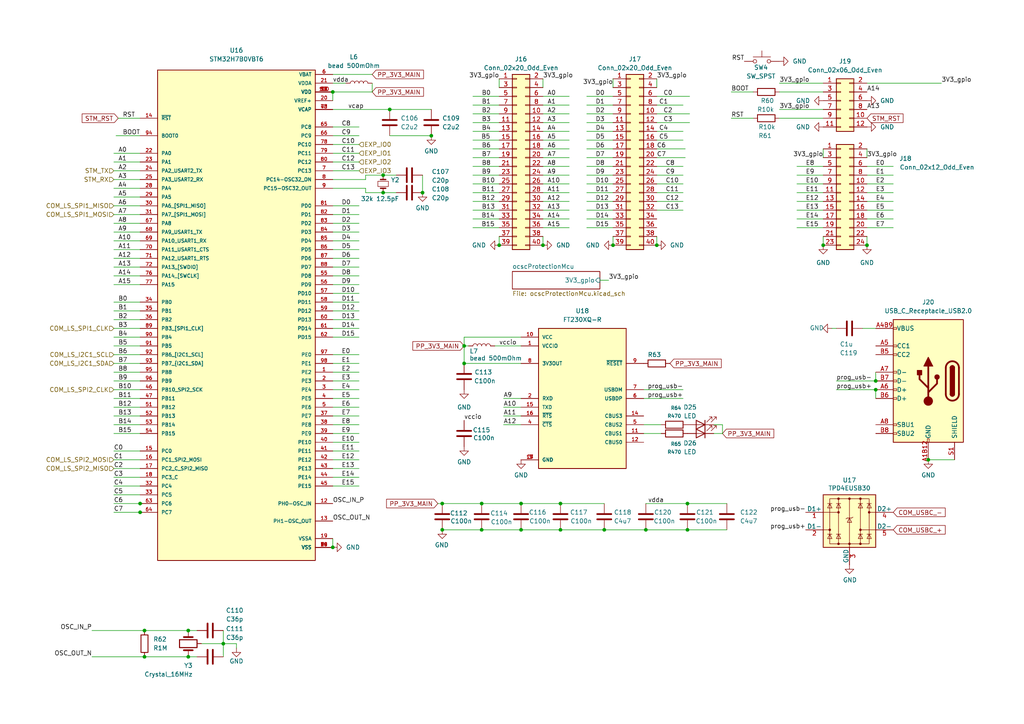
<source format=kicad_sch>
(kicad_sch (version 20231120) (generator "eeschema") (generator_version "8.0")
  (paper "A4")
  (title_block (title "STM32H7 circuitry") (date "2025-02-17") (rev "2.0") (comment 1 "Matthew Guo") (comment 2 "matthew@paisleymicro.com") (comment 3 "Matthew Guo") (comment 4 "matthew@paisleymicro.com") (comment 5 "Firefly-4") (comment 6 "PAISLEY-FC-4") (comment 7 "2025") (comment 8 "Firefly Automation Controller for RPi CM4"))
  (junction (at 54.61 182.88))
  (junction (at 254 110.49))
  (junction (at 41.91 190.5))
  (junction (at 64.77 186.69))
  (junction (at 40.64 148.59))
  (junction (at 162.56 146.05))
  (junction (at 122.555 55.88))
  (junction (at 54.61 190.5))
  (junction (at 199.39 146.05))
  (junction (at 113.03 31.75))
  (junction (at 134.62 100.33))
  (junction (at 162.56 153.67))
  (junction (at 40.64 146.05))
  (junction (at 269.24 133.35))
  (junction (at 144.78 71.12))
  (junction (at 187.325 153.67))
  (junction (at 151.13 146.05))
  (junction (at 139.7 146.05))
  (junction (at 199.39 153.67))
  (junction (at 190.5 71.12))
  (junction (at 238.76 71.12))
  (junction (at 157.48 71.12))
  (junction (at 125.095 39.37))
  (junction (at 128.27 153.67))
  (junction (at 254 113.03))
  (junction (at 251.46 71.12))
  (junction (at 128.27 146.05))
  (junction (at 96.52 26.67))
  (junction (at 134.62 105.41))
  (junction (at 175.26 153.67))
  (junction (at 111.125 50.8))
  (junction (at 151.13 153.67))
  (junction (at 139.7 153.67))
  (junction (at 96.52 158.75))
  (junction (at 41.91 182.88))
  (junction (at 111.125 55.88))
  (junction (at 177.8 71.12))
  (wire (pts (xy 143.51 100.33) (xy 151.13 100.33)))
  (wire (pts (xy 33.02 72.39) (xy 40.64 72.39)))
  (wire (pts (xy 68.58 186.69) (xy 64.77 186.69)))
  (wire (pts (xy 137.16 66.04) (xy 144.78 66.04)))
  (wire (pts (xy 209.55 123.19) (xy 209.55 125.73)))
  (wire (pts (xy 107.95 21.59) (xy 96.52 21.59)))
  (wire (pts (xy 157.48 66.04) (xy 165.1 66.04)))
  (wire (pts (xy 170.18 53.34) (xy 177.8 53.34)))
  (wire (pts (xy 226.06 31.75) (xy 238.76 31.75)))
  (wire (pts (xy 170.18 63.5) (xy 177.8 63.5)))
  (wire (pts (xy 137.16 48.26) (xy 144.78 48.26)))
  (wire (pts (xy 190.5 35.56) (xy 200.025 35.56)))
  (wire (pts (xy 226.06 26.67) (xy 238.76 26.67)))
  (wire (pts (xy 186.69 115.57) (xy 198.12 115.57)))
  (wire (pts (xy 231.14 58.42) (xy 238.76 58.42)))
  (wire (pts (xy 190.5 53.34) (xy 198.12 53.34)))
  (wire (pts (xy 209.55 125.73) (xy 207.01 125.73)))
  (wire (pts (xy 96.52 135.89) (xy 104.14 135.89)))
  (wire (pts (xy 231.14 60.96) (xy 238.76 60.96)))
  (wire (pts (xy 107.95 26.67) (xy 96.52 26.67)))
  (wire (pts (xy 190.5 30.48) (xy 198.12 30.48)))
  (wire (pts (xy 134.62 105.41) (xy 151.13 105.41)))
  (wire (pts (xy 157.48 33.02) (xy 165.1 33.02)))
  (wire (pts (xy 96.52 107.95) (xy 104.14 107.95)))
  (wire (pts (xy 33.02 130.81) (xy 40.64 130.81)))
  (wire (pts (xy 57.15 190.5) (xy 54.61 190.5)))
  (wire (pts (xy 151.13 153.67) (xy 162.56 153.67)))
  (wire (pts (xy 96.52 67.31) (xy 104.14 67.31)))
  (wire (pts (xy 33.02 118.11) (xy 40.64 118.11)))
  (wire (pts (xy 33.02 107.95) (xy 40.64 107.95)))
  (wire (pts (xy 96.52 52.07) (xy 106.045 52.07)))
  (wire (pts (xy 177.8 68.58) (xy 177.8 71.12)))
  (wire (pts (xy 106.045 50.8) (xy 111.125 50.8)))
  (wire (pts (xy 64.77 182.88) (xy 64.77 186.69)))
  (wire (pts (xy 96.52 118.11) (xy 104.14 118.11)))
  (wire (pts (xy 137.16 45.72) (xy 144.78 45.72)))
  (wire (pts (xy 251.46 63.5) (xy 259.08 63.5)))
  (wire (pts (xy 254 113.03) (xy 254 115.57)))
  (wire (pts (xy 176.53 81.28) (xy 173.99 81.28)))
  (wire (pts (xy 157.48 45.72) (xy 165.1 45.72)))
  (wire (pts (xy 107.95 24.13) (xy 107.95 26.67)))
  (wire (pts (xy 231.14 50.8) (xy 238.76 50.8)))
  (wire (pts (xy 34.29 34.29) (xy 40.64 34.29)))
  (wire (pts (xy 106.045 54.61) (xy 106.045 55.88)))
  (wire (pts (xy 137.16 43.18) (xy 144.78 43.18)))
  (wire (pts (xy 106.045 55.88) (xy 111.125 55.88)))
  (wire (pts (xy 54.61 182.88) (xy 41.91 182.88)))
  (wire (pts (xy 231.14 48.26) (xy 238.76 48.26)))
  (wire (pts (xy 190.5 43.18) (xy 198.755 43.18)))
  (wire (pts (xy 199.39 146.05) (xy 210.82 146.05)))
  (wire (pts (xy 170.18 60.96) (xy 177.8 60.96)))
  (wire (pts (xy 190.5 48.26) (xy 198.12 48.26)))
  (wire (pts (xy 40.64 146.05) (xy 41.275 146.05)))
  (wire (pts (xy 54.61 190.5) (xy 41.91 190.5)))
  (wire (pts (xy 33.02 146.05) (xy 40.64 146.05)))
  (wire (pts (xy 127 146.05) (xy 128.27 146.05)))
  (wire (pts (xy 251.46 45.72) (xy 251.46 43.18)))
  (wire (pts (xy 190.5 45.72) (xy 198.755 45.72)))
  (wire (pts (xy 96.52 64.77) (xy 104.14 64.77)))
  (wire (pts (xy 96.52 62.23) (xy 104.14 62.23)))
  (wire (pts (xy 100.33 24.13) (xy 96.52 24.13)))
  (wire (pts (xy 241.3 95.25) (xy 242.57 95.25)))
  (wire (pts (xy 96.52 102.87) (xy 104.14 102.87)))
  (wire (pts (xy 33.02 62.23) (xy 40.64 62.23)))
  (wire (pts (xy 170.18 58.42) (xy 177.8 58.42)))
  (wire (pts (xy 190.5 22.86) (xy 190.5 25.4)))
  (wire (pts (xy 96.52 97.79) (xy 104.14 97.79)))
  (wire (pts (xy 134.62 97.79) (xy 134.62 100.33)))
  (wire (pts (xy 96.52 125.73) (xy 104.14 125.73)))
  (wire (pts (xy 128.27 146.05) (xy 139.7 146.05)))
  (wire (pts (xy 96.52 90.17) (xy 104.14 90.17)))
  (wire (pts (xy 111.125 55.88) (xy 114.935 55.88)))
  (wire (pts (xy 96.52 85.09) (xy 104.14 85.09)))
  (wire (pts (xy 96.52 82.55) (xy 104.14 82.55)))
  (wire (pts (xy 146.05 123.19) (xy 151.13 123.19)))
  (wire (pts (xy 137.16 55.88) (xy 144.78 55.88)))
  (wire (pts (xy 33.02 143.51) (xy 40.64 143.51)))
  (wire (pts (xy 226.06 24.13) (xy 238.76 24.13)))
  (wire (pts (xy 33.02 80.01) (xy 40.64 80.01)))
  (wire (pts (xy 26.67 182.88) (xy 41.91 182.88)))
  (wire (pts (xy 170.18 30.48) (xy 177.8 30.48)))
  (wire (pts (xy 190.5 27.94) (xy 200.025 27.94)))
  (wire (pts (xy 212.09 34.29) (xy 218.44 34.29)))
  (wire (pts (xy 190.5 40.64) (xy 198.12 40.64)))
  (wire (pts (xy 96.52 113.03) (xy 104.14 113.03)))
  (wire (pts (xy 96.52 59.69) (xy 104.14 59.69)))
  (wire (pts (xy 33.02 64.77) (xy 40.64 64.77)))
  (wire (pts (xy 64.77 186.69) (xy 64.77 190.5)))
  (wire (pts (xy 33.02 95.25) (xy 40.64 95.25)))
  (wire (pts (xy 113.03 39.37) (xy 125.095 39.37)))
  (wire (pts (xy 242.57 110.49) (xy 254 110.49)))
  (wire (pts (xy 269.24 133.35) (xy 276.86 133.35)))
  (wire (pts (xy 33.02 77.47) (xy 40.64 77.47)))
  (wire (pts (xy 191.77 123.19) (xy 186.69 123.19)))
  (wire (pts (xy 137.16 33.02) (xy 144.78 33.02)))
  (wire (pts (xy 96.52 156.21) (xy 96.52 158.75)))
  (wire (pts (xy 157.48 53.34) (xy 165.1 53.34)))
  (wire (pts (xy 137.16 40.64) (xy 144.78 40.64)))
  (wire (pts (xy 33.02 69.85) (xy 40.64 69.85)))
  (wire (pts (xy 68.58 186.69) (xy 68.58 187.96)))
  (wire (pts (xy 96.52 138.43) (xy 104.14 138.43)))
  (wire (pts (xy 139.7 146.05) (xy 151.13 146.05)))
  (wire (pts (xy 96.52 110.49) (xy 104.14 110.49)))
  (wire (pts (xy 144.78 22.86) (xy 144.78 25.4)))
  (wire (pts (xy 33.02 82.55) (xy 40.64 82.55)))
  (wire (pts (xy 96.52 31.75) (xy 113.03 31.75)))
  (wire (pts (xy 231.14 55.88) (xy 238.76 55.88)))
  (wire (pts (xy 96.52 130.81) (xy 104.14 130.81)))
  (wire (pts (xy 144.78 68.58) (xy 144.78 71.12)))
  (wire (pts (xy 157.48 58.42) (xy 165.1 58.42)))
  (wire (pts (xy 190.5 58.42) (xy 198.12 58.42)))
  (wire (pts (xy 96.52 140.97) (xy 104.14 140.97)))
  (wire (pts (xy 209.55 123.19) (xy 207.01 123.19)))
  (wire (pts (xy 251.46 60.96) (xy 259.08 60.96)))
  (wire (pts (xy 33.02 133.35) (xy 40.64 133.35)))
  (wire (pts (xy 96.52 87.63) (xy 104.14 87.63)))
  (wire (pts (xy 96.52 46.99) (xy 104.14 46.99)))
  (wire (pts (xy 33.02 46.99) (xy 40.64 46.99)))
  (wire (pts (xy 33.02 87.63) (xy 40.64 87.63)))
  (wire (pts (xy 137.16 27.94) (xy 144.78 27.94)))
  (wire (pts (xy 33.02 67.31) (xy 40.64 67.31)))
  (wire (pts (xy 33.02 113.03) (xy 40.64 113.03)))
  (wire (pts (xy 96.52 95.25) (xy 104.14 95.25)))
  (wire (pts (xy 33.02 125.73) (xy 40.64 125.73)))
  (wire (pts (xy 251.46 48.26) (xy 259.08 48.26)))
  (wire (pts (xy 96.52 123.19) (xy 104.14 123.19)))
  (wire (pts (xy 33.02 140.97) (xy 40.64 140.97)))
  (wire (pts (xy 96.52 49.53) (xy 104.14 49.53)))
  (wire (pts (xy 96.52 115.57) (xy 104.14 115.57)))
  (wire (pts (xy 137.16 58.42) (xy 144.78 58.42)))
  (wire (pts (xy 251.46 55.88) (xy 259.08 55.88)))
  (wire (pts (xy 231.14 53.34) (xy 238.76 53.34)))
  (wire (pts (xy 33.02 120.65) (xy 40.64 120.65)))
  (wire (pts (xy 254 107.95) (xy 254 110.49)))
  (wire (pts (xy 96.52 74.93) (xy 104.14 74.93)))
  (wire (pts (xy 157.48 68.58) (xy 157.48 71.12)))
  (wire (pts (xy 33.02 135.89) (xy 40.64 135.89)))
  (wire (pts (xy 238.76 45.72) (xy 238.76 43.18)))
  (wire (pts (xy 170.18 50.8) (xy 177.8 50.8)))
  (wire (pts (xy 137.16 50.8) (xy 144.78 50.8)))
  (wire (pts (xy 40.64 148.59) (xy 41.275 148.59)))
  (wire (pts (xy 175.26 153.67) (xy 187.325 153.67)))
  (wire (pts (xy 170.18 27.94) (xy 177.8 27.94)))
  (wire (pts (xy 96.52 36.83) (xy 104.14 36.83)))
  (wire (pts (xy 96.52 44.45) (xy 104.14 44.45)))
  (wire (pts (xy 162.56 153.67) (xy 175.26 153.67)))
  (wire (pts (xy 170.18 48.26) (xy 177.8 48.26)))
  (wire (pts (xy 33.02 54.61) (xy 40.64 54.61)))
  (wire (pts (xy 157.48 63.5) (xy 165.1 63.5)))
  (wire (pts (xy 146.05 120.65) (xy 151.13 120.65)))
  (wire (pts (xy 190.5 33.02) (xy 200.025 33.02)))
  (wire (pts (xy 33.02 44.45) (xy 40.64 44.45)))
  (wire (pts (xy 242.57 113.03) (xy 254 113.03)))
  (wire (pts (xy 96.52 133.35) (xy 104.14 133.35)))
  (wire (pts (xy 33.02 97.79) (xy 40.64 97.79)))
  (wire (pts (xy 57.15 182.88) (xy 54.61 182.88)))
  (wire (pts (xy 170.18 38.1) (xy 177.8 38.1)))
  (wire (pts (xy 250.19 95.25) (xy 254 95.25)))
  (wire (pts (xy 170.18 40.64) (xy 177.8 40.64)))
  (wire (pts (xy 146.05 118.11) (xy 151.13 118.11)))
  (wire (pts (xy 33.02 100.33) (xy 40.64 100.33)))
  (wire (pts (xy 186.69 113.03) (xy 198.12 113.03)))
  (wire (pts (xy 33.02 138.43) (xy 40.64 138.43)))
  (wire (pts (xy 137.16 35.56) (xy 144.78 35.56)))
  (wire (pts (xy 33.02 74.93) (xy 40.64 74.93)))
  (wire (pts (xy 137.16 38.1) (xy 144.78 38.1)))
  (wire (pts (xy 251.46 66.04) (xy 259.08 66.04)))
  (wire (pts (xy 162.56 146.05) (xy 175.26 146.05)))
  (wire (pts (xy 96.52 41.91) (xy 104.14 41.91)))
  (wire (pts (xy 33.02 92.71) (xy 40.64 92.71)))
  (wire (pts (xy 137.16 53.34) (xy 144.78 53.34)))
  (wire (pts (xy 96.52 128.27) (xy 104.14 128.27)))
  (wire (pts (xy 96.52 72.39) (xy 104.14 72.39)))
  (wire (pts (xy 96.52 54.61) (xy 106.045 54.61)))
  (wire (pts (xy 187.325 146.05) (xy 199.39 146.05)))
  (wire (pts (xy 114.935 50.8) (xy 111.125 50.8)))
  (wire (pts (xy 33.02 90.17) (xy 40.64 90.17)))
  (wire (pts (xy 96.52 92.71) (xy 104.14 92.71)))
  (wire (pts (xy 33.02 59.69) (xy 40.64 59.69)))
  (wire (pts (xy 96.52 80.01) (xy 104.14 80.01)))
  (wire (pts (xy 190.5 55.88) (xy 198.12 55.88)))
  (wire (pts (xy 134.62 100.33) (xy 135.89 100.33)))
  (wire (pts (xy 170.18 66.04) (xy 177.8 66.04)))
  (wire (pts (xy 190.5 68.58) (xy 190.5 71.12)))
  (wire (pts (xy 96.52 105.41) (xy 104.14 105.41)))
  (wire (pts (xy 151.13 146.05) (xy 162.56 146.05)))
  (wire (pts (xy 157.48 60.96) (xy 165.1 60.96)))
  (wire (pts (xy 33.02 102.87) (xy 40.64 102.87)))
  (wire (pts (xy 134.62 97.79) (xy 151.13 97.79)))
  (wire (pts (xy 190.5 50.8) (xy 198.12 50.8)))
  (wire (pts (xy 251.46 58.42) (xy 259.08 58.42)))
  (wire (pts (xy 96.52 69.85) (xy 104.14 69.85)))
  (wire (pts (xy 33.02 110.49) (xy 40.64 110.49)))
  (wire (pts (xy 199.39 153.67) (xy 210.82 153.67)))
  (wire (pts (xy 157.48 22.86) (xy 157.48 25.4)))
  (wire (pts (xy 177.8 22.86) (xy 177.8 25.4)))
  (wire (pts (xy 113.03 31.75) (xy 125.095 31.75)))
  (wire (pts (xy 137.16 30.48) (xy 144.78 30.48)))
  (wire (pts (xy 170.18 33.02) (xy 177.8 33.02)))
  (wire (pts (xy 231.14 63.5) (xy 238.76 63.5)))
  (wire (pts (xy 238.76 68.58) (xy 238.76 71.12)))
  (wire (pts (xy 33.02 57.15) (xy 40.64 57.15)))
  (wire (pts (xy 122.555 50.8) (xy 122.555 55.88)))
  (wire (pts (xy 157.48 43.18) (xy 165.1 43.18)))
  (wire (pts (xy 157.48 30.48) (xy 165.1 30.48)))
  (wire (pts (xy 157.48 50.8) (xy 165.1 50.8)))
  (wire (pts (xy 33.655 39.37) (xy 40.64 39.37)))
  (wire (pts (xy 170.18 43.18) (xy 177.8 43.18)))
  (wire (pts (xy 96.52 26.67) (xy 96.52 29.21)))
  (wire (pts (xy 96.52 120.65) (xy 104.14 120.65)))
  (wire (pts (xy 33.02 123.19) (xy 40.64 123.19)))
  (wire (pts (xy 251.46 24.13) (xy 273.05 24.13)))
  (wire (pts (xy 190.5 60.96) (xy 198.12 60.96)))
  (wire (pts (xy 33.02 52.07) (xy 40.64 52.07)))
  (wire (pts (xy 58.42 186.69) (xy 64.77 186.69)))
  (wire (pts (xy 26.67 190.5) (xy 41.91 190.5)))
  (wire (pts (xy 212.09 26.67) (xy 218.44 26.67)))
  (wire (pts (xy 134.62 100.33) (xy 134.62 105.41)))
  (wire (pts (xy 96.52 39.37) (xy 104.14 39.37)))
  (wire (pts (xy 226.06 34.29) (xy 238.76 34.29)))
  (wire (pts (xy 146.05 115.57) (xy 151.13 115.57)))
  (wire (pts (xy 251.46 68.58) (xy 251.46 71.12)))
  (wire (pts (xy 231.14 66.04) (xy 238.76 66.04)))
  (wire (pts (xy 251.46 53.34) (xy 259.08 53.34)))
  (wire (pts (xy 190.5 38.1) (xy 198.12 38.1)))
  (wire (pts (xy 106.045 52.07) (xy 106.045 50.8)))
  (wire (pts (xy 187.325 153.67) (xy 199.39 153.67)))
  (wire (pts (xy 33.02 105.41) (xy 40.64 105.41)))
  (wire (pts (xy 139.7 153.67) (xy 151.13 153.67)))
  (wire (pts (xy 170.18 45.72) (xy 177.8 45.72)))
  (wire (pts (xy 157.48 27.94) (xy 165.1 27.94)))
  (wire (pts (xy 33.02 49.53) (xy 40.64 49.53)))
  (wire (pts (xy 128.27 153.67) (xy 139.7 153.67)))
  (wire (pts (xy 191.77 125.73) (xy 186.69 125.73)))
  (wire (pts (xy 157.48 35.56) (xy 165.1 35.56)))
  (wire (pts (xy 251.46 50.8) (xy 259.08 50.8)))
  (wire (pts (xy 157.48 48.26) (xy 165.1 48.26)))
  (wire (pts (xy 170.18 55.88) (xy 177.8 55.88)))
  (wire (pts (xy 137.16 60.96) (xy 144.78 60.96)))
  (wire (pts (xy 157.48 38.1) (xy 165.1 38.1)))
  (wire (pts (xy 137.16 63.5) (xy 144.78 63.5)))
  (wire (pts (xy 33.02 115.57) (xy 40.64 115.57)))
  (wire (pts (xy 157.48 40.64) (xy 165.1 40.64)))
  (wire (pts (xy 170.18 35.56) (xy 177.8 35.56)))
  (wire (pts (xy 157.48 55.88) (xy 165.1 55.88)))
  (wire (pts (xy 96.52 77.47) (xy 104.14 77.47)))
  (wire (pts (xy 33.02 148.59) (xy 40.64 148.59)))
  (label "B3" (at 34.29 95.25 0))
  (label "B7" (at 34.29 105.41 0))
  (label "D5" (at 172.72 40.64 0))
  (label "B8" (at 34.29 107.95 0))
  (label "prog_usb+" (at 233.68 153.67 180))
  (label "D6" (at 99.06 74.93 0))
  (label "3V3_gpio" (at 176.53 81.28 0))
  (label "A15" (at 158.75 66.04 0))
  (label "B0" (at 139.7 27.94 0))
  (label "B14" (at 34.29 123.19 0))
  (label "B14" (at 143.51 63.5 180))
  (label "prog_usb+" (at 242.57 113.03 0))
  (label "A14" (at 158.75 63.5 0))
  (label "D8" (at 99.06 80.01 0))
  (label "A2" (at 158.75 33.02 0))
  (label "B12" (at 139.7 58.42 0))
  (label "A14" (at 251.46 26.67 0))
  (label "E8" (at 233.68 48.26 0))
  (label "D3" (at 172.72 35.56 0))
  (label "D5" (at 99.06 72.39 0))
  (label "A4" (at 158.75 38.1 0))
  (label "OSC_OUT_N" (at 26.67 190.5 180))
  (label "E1" (at 99.06 105.41 0))
  (label "D11" (at 172.72 55.88 0))
  (label "E0" (at 254 48.26 0))
  (label "BOOT" (at 35.56 39.37 0))
  (label "E3" (at 99.06 110.49 0))
  (label "C11" (at 193.04 55.88 0))
  (label "3V3_gpio" (at 226.06 31.75 0))
  (label "C2" (at 33.02 135.89 0))
  (label "D4" (at 172.72 38.1 0))
  (label "C7" (at 190.5 45.72 0))
  (label "C1" (at 191.135 30.48 0))
  (label "E1" (at 254 50.8 0))
  (label "A3" (at 158.75 35.56 0))
  (label "D14" (at 172.72 63.5 0))
  (label "B2" (at 34.29 92.71 0))
  (label "A10" (at 146.05 118.11 0))
  (label "3V3_gpio" (at 157.48 22.86 0))
  (label "B12" (at 34.29 118.11 0))
  (label "E5" (at 254 60.96 0))
  (label "B15" (at 34.29 125.73 0))
  (label "C5" (at 191.135 40.64 0))
  (label "B10" (at 34.29 113.03 0))
  (label "B0" (at 34.29 87.63 0))
  (label "B6" (at 139.7 43.18 0))
  (label "OSC_IN_P" (at 26.67 182.88 180))
  (label "A9" (at 146.05 115.57 0))
  (label "A12" (at 146.05 123.19 0))
  (label "B11" (at 34.29 115.57 0))
  (label "E5" (at 99.06 115.57 0))
  (label "B11" (at 139.7 55.88 0))
  (label "A9" (at 158.75 50.8 0))
  (label "C10" (at 193.04 53.34 0))
  (label "RST" (at 212.09 34.29 0))
  (label "C4" (at 33.02 140.97 0))
  (label "A11" (at 34.29 72.39 0))
  (label "D3" (at 99.06 67.31 0))
  (label "OSC_OUT_N" (at 96.52 151.13 0))
  (label "RST" (at 215.9 17.78 180))
  (label "3V3_gpio" (at 177.8 24.765 180))
  (label "D1" (at 99.06 62.23 0))
  (label "A13" (at 34.29 77.47 0))
  (label "OSC_IN_P" (at 96.52 146.05 0))
  (label "prog_usb-" (at 233.68 148.59 180))
  (label "A1" (at 158.75 30.48 0))
  (label "B8" (at 139.7 48.26 0))
  (label "E9" (at 233.68 50.8 0))
  (label "E4" (at 99.06 113.03 0))
  (label "A5" (at 34.29 57.15 0))
  (label "C13" (at 193.04 60.96 0))
  (label "D12" (at 99.06 90.17 0))
  (label "C7" (at 33.02 148.59 0))
  (label "D9" (at 99.06 82.55 0))
  (label "A15" (at 34.29 82.55 0))
  (label "E3" (at 254 55.88 0))
  (label "E12" (at 99.06 133.35 0))
  (label "E14" (at 99.06 138.43 0))
  (label "C6" (at 190.5 43.18 0))
  (label "B10" (at 139.7 53.34 0))
  (label "B9" (at 139.7 50.8 0))
  (label "D7" (at 172.72 45.72 0))
  (label "A0" (at 34.29 44.45 0))
  (label "3V3_gpio" (at 238.76 45.72 180))
  (label "A6" (at 158.75 43.18 0))
  (label "B15" (at 143.51 66.04 180))
  (label "E10" (at 99.06 128.27 0))
  (label "C13" (at 99.06 49.53 0))
  (label "D15" (at 172.72 66.04 0))
  (label "A7" (at 158.75 45.72 0))
  (label "B13" (at 139.7 60.96 0))
  (label "E10" (at 233.68 53.34 0))
  (label "D2" (at 99.06 64.77 0))
  (label "C12" (at 193.04 58.42 0))
  (label "vccio" (at 134.62 121.92 0))
  (label "D15" (at 99.06 97.79 0))
  (label "C8" (at 193.04 48.26 0))
  (label "E15" (at 99.06 140.97 0))
  (label "E4" (at 254 58.42 0))
  (label "A11" (at 158.75 55.88 0))
  (label "E13" (at 233.68 60.96 0))
  (label "E2" (at 254 53.34 0))
  (label "A10" (at 158.75 53.34 0))
  (label "A7" (at 34.29 62.23 0))
  (label "C0" (at 192.405 27.94 0))
  (label "E13" (at 99.06 135.89 0))
  (label "D14" (at 99.06 95.25 0))
  (label "D10" (at 99.06 85.09 0))
  (label "C4" (at 191.135 38.1 0))
  (label "E2" (at 99.06 107.95 0))
  (label "E7" (at 254 66.04 0))
  (label "3V3_gpio" (at 226.06 24.13 0))
  (label "E6" (at 254 63.5 0))
  (label "A1" (at 34.29 46.99 0))
  (label "vdda" (at 187.96 146.05 0))
  (label "E11" (at 233.68 55.88 0))
  (label "A8" (at 34.29 64.77 0))
  (label "B5" (at 34.29 100.33 0))
  (label "D0" (at 172.72 27.94 0))
  (label "C3" (at 192.405 35.56 0))
  (label "C9" (at 193.04 50.8 0))
  (label "A5" (at 158.75 40.64 0))
  (label "E9" (at 99.06 125.73 0))
  (label "A3" (at 34.29 52.07 0))
  (label "prog_usb-" (at 242.57 110.49 0))
  (label "D0" (at 99.06 59.69 0))
  (label "E0" (at 99.06 102.87 0))
  (label "C1" (at 33.02 133.35 0))
  (label "D2" (at 172.72 33.02 0))
  (label "C9" (at 99.06 39.37 0))
  (label "E14" (at 233.68 63.5 0))
  (label "C8" (at 99.06 36.83 0))
  (label "C5" (at 33.02 143.51 0))
  (label "C2" (at 192.405 33.02 0))
  (label "3V3_gpio" (at 144.78 22.86 180))
  (label "prog_usb+" (at 198.12 115.57 180))
  (label "D7" (at 99.06 77.47 0))
  (label "A9" (at 34.29 67.31 0))
  (label "A8" (at 158.75 48.26 0))
  (label "E6" (at 99.06 118.11 0))
  (label "B4" (at 34.29 97.79 0))
  (label "A12" (at 158.75 58.42 0))
  (label "A14" (at 34.29 80.01 0))
  (label "vcap" (at 100.965 31.75 0))
  (label "C6" (at 33.02 146.05 0))
  (label "A10" (at 34.29 69.85 0))
  (label "D6" (at 172.72 43.18 0))
  (label "E12" (at 233.68 58.42 0))
  (label "D13" (at 99.06 92.71 0))
  (label "E7" (at 99.06 120.65 0))
  (label "A11" (at 146.05 120.65 0))
  (label "D8" (at 172.72 48.26 0))
  (label "D10" (at 172.72 53.34 0))
  (label "A13" (at 251.46 31.75 0))
  (label "B3" (at 139.7 35.56 0))
  (label "A12" (at 34.29 74.93 0))
  (label "A6" (at 34.29 59.69 0))
  (label "E8" (at 99.06 123.19 0))
  (label "E15" (at 233.68 66.04 0))
  (label "BOOT" (at 212.09 26.67 0))
  (label "D13" (at 172.72 60.96 0))
  (label "A2" (at 34.29 49.53 0))
  (label "C3" (at 33.02 138.43 0))
  (label "D4" (at 99.06 69.85 0))
  (label "C10" (at 99.06 41.91 0))
  (label "D9" (at 172.72 50.8 0))
  (label "3V3_gpio" (at 190.5 22.86 0))
  (label "C11" (at 99.06 44.45 0))
  (label "C12" (at 99.06 46.99 0))
  (label "D12" (at 172.72 58.42 0))
  (label "B1" (at 139.7 30.48 0))
  (label "E11" (at 99.06 130.81 0))
  (label "vccio" (at 149.86 100.33 180))
  (label "3V3_gpio" (at 251.46 45.72 0))
  (label "B4" (at 139.7 38.1 0))
  (label "B2" (at 139.7 33.02 0))
  (label "D1" (at 172.72 30.48 0))
  (label "B6" (at 34.29 102.87 0))
  (label "C0" (at 33.02 130.81 0))
  (label "RST" (at 35.56 34.29 0))
  (label "prog_usb-" (at 198.12 113.03 180))
  (label "B13" (at 34.29 120.65 0))
  (label "B1" (at 34.29 90.17 0))
  (label "A4" (at 34.29 54.61 0))
  (label "B5" (at 142.24 40.64 180))
  (label "A0" (at 158.75 27.94 0))
  (label "A13" (at 158.75 60.96 0))
  (label "vdda" (at 96.52 24.13 0))
  (label "3V3_gpio" (at 273.05 24.13 0))
  (label "B9" (at 34.29 110.49 0))
  (label "B7" (at 139.7 45.72 0))
  (label "D11" (at 99.06 87.63 0))
  (global_label "PP_3V3_MAIN" (shape input) (at 194.31 105.41 0) (property "Intersheetrefs" "${INTERSHEET_REFS}" (effects (hide yes))))
  (global_label "PP_3V3_MAIN" (shape input) (at 127 146.05 180) (property "Intersheetrefs" "${INTERSHEET_REFS}" (effects (hide yes))))
  (global_label "PP_3V3_MAIN" (shape input) (at 134.62 100.33 180) (property "Intersheetrefs" "${INTERSHEET_REFS}" (effects (hide yes))))
  (global_label "PP_3V3_MAIN" (shape input) (at 209.55 125.73 0) (property "Intersheetrefs" "${INTERSHEET_REFS}" (effects (hide yes))))
  (global_label "STM_RST" (shape input) (at 251.46 34.29 0) (property "Intersheetrefs" "${INTERSHEET_REFS}" (effects (hide yes))))
  (global_label "STM_RST" (shape input) (at 34.29 34.29 180) (property "Intersheetrefs" "${INTERSHEET_REFS}" (effects (hide yes))))
  (global_label "PP_3V3_MAIN" (shape input) (at 107.95 21.59 0) (property "Intersheetrefs" "${INTERSHEET_REFS}" (effects (hide yes))))
  (global_label "PP_3V3_MAIN" (shape input) (at 107.95 26.67 0) (property "Intersheetrefs" "${INTERSHEET_REFS}" (effects (hide yes))))
  (global_label "COM_USBC_+" (shape input) (at 259.08 153.67 0) (property "Intersheetrefs" "${INTERSHEET_REFS}" (effects (hide yes))))
  (global_label "COM_USBC_-" (shape input) (at 259.08 148.59 0) (property "Intersheetrefs" "${INTERSHEET_REFS}" (effects (hide yes))))
  (hierarchical_label "COM_LS_I2C1_SCL" (shape input) (at 33.02 102.87 180))
  (hierarchical_label "COM_LS_SPI1_MOSI" (shape input) (at 33.02 62.23 180))
  (hierarchical_label "COM_LS_SPI1_MISO" (shape input) (at 33.02 59.69 180))
  (hierarchical_label "EXP_IO2" (shape input) (at 104.14 46.99 0))
  (hierarchical_label "COM_LS_I2C1_SDA" (shape input) (at 33.02 105.41 180))
  (hierarchical_label "EXP_IO1" (shape input) (at 104.14 44.45 0))
  (hierarchical_label "EXP_IO3" (shape input) (at 104.14 49.53 0))
  (hierarchical_label "COM_LS_SPI2_MOSI" (shape input) (at 33.02 133.35 180))
  (hierarchical_label "COM_LS_SPI2_CLK" (shape input) (at 33.02 113.03 180))
  (hierarchical_label "COM_LS_SPI2_MISO" (shape input) (at 33.02 135.89 180))
  (hierarchical_label "STM_TX" (shape input) (at 33.02 49.53 180))
  (hierarchical_label "COM_LS_SPI1_CLK" (shape input) (at 33.02 95.25 180))
  (hierarchical_label "STM_RX" (shape input) (at 33.02 52.07 180))
  (hierarchical_label "EXP_IO0" (shape input) (at 104.14 41.91 0))
  (symbol (lib_id "Device:C") (at 151.13 149.86 0) (mirror y) (unit 1)
    (property "Reference" "C116" (at 158.496 148.59 0) (effects (justify left)))
    (property "Value" "C100n" (at 159.766 151.13 0) (effects (justify left)))
    (property "Footprint" "Capacitor_SMD:C_0402_1005Metric" (effects (hide yes)))
  )
  (symbol (lib_id "Device:L") (at 104.14 24.13 90) (unit 1)
    (property "Reference" "L6" (at 102.616 16.51 90))
    (property "Value" "bead 500mOhm" (at 102.616 19.05 90))
    (property "Footprint" "Inductor_SMD:L_0603_1608Metric" (effects (hide yes)))
  )
  (symbol (lib_id "Device:R") (at 190.5 105.41 90) (unit 1)
    (property "Reference" "R63" (at 191.77 102.87 90) (effects (justify left)))
    (property "Value" "R10k" (effects (hide yes)))
    (property "Footprint" "Resistor_SMD:R_0402_1005Metric" (effects (hide yes)))
  )
  (symbol (lib_name "Crystal_1") (lib_id "Device:Crystal") (at 54.61 186.69 270) (mirror x) (unit 1)
    (property "Reference" "Y3" (at 55.88 193.04 90) (effects (justify right)))
    (property "Value" "Crystal_16MHz" (at 55.88 195.58 90) (effects (justify right)))
    (property "Footprint" "Crystal:Crystal_SMD_3225-4Pin_3.2x2.5mm" (effects (hide yes)))
  )
  (symbol (lib_id "power:GND") (at 190.5 71.12 90) (mirror x) (unit 1)
    (property "Reference" "#PWR0110" (effects (hide yes)))
    (property "Value" "GND" (at 194.31 71.1199 90) (effects (justify right)))
  )
  (symbol (lib_id "Device:C") (at 139.7 149.86 0) (mirror y) (unit 1)
    (property "Reference" "C114" (at 147.32 148.844 0) (effects (justify left)))
    (property "Value" "C100n" (at 148.59 151.384 0) (effects (justify left)))
    (property "Footprint" "Capacitor_SMD:C_0402_1005Metric" (effects (hide yes)))
  )
  (symbol (lib_name "LED_1") (lib_id "Device:LED") (at 203.2 125.73 180) (unit 1)
    (property "Reference" "D26" (at 200.152 128.524 0))
    (property "Value" "LED" (at 200.152 131.064 0))
    (property "Footprint" "LED_SMD:LED_0603_1608Metric" (effects (hide yes)))
  )
  (symbol (lib_id "power:GND") (at 177.8 71.12 270) (mirror x) (unit 1)
    (property "Reference" "#PWR0107" (effects (hide yes)))
    (property "Value" "GND" (at 173.99 71.1199 90) (effects (justify right)))
  )
  (symbol (lib_id "power:GND") (at 122.555 55.88 0) (mirror y) (unit 1)
    (property "Reference" "#PWR0103" (effects (hide yes)))
    (property "Value" "GND" (at 122.555 60.325 0))
  )
  (symbol (lib_id "power:GND") (at 241.3 95.25 270) (mirror x) (unit 1)
    (property "Reference" "#PWR0119" (effects (hide yes)))
    (property "Value" "GND" (at 236.9058 95.123 90))
  )
  (symbol (lib_id "Switch:SW_Push") (at 220.98 17.78 0) (unit 1)
    (property "Reference" "SW4" (at 220.726 19.558 0))
    (property "Value" "SW_SPST" (at 220.726 22.098 0))
    (property "Footprint" "Button_Switch_SMD:SW_SPST_B3U-1000P" (effects (hide yes)))
  )
  (symbol (lib_id "Device:C") (at 60.96 182.88 270) (mirror x) (unit 1)
    (property "Reference" "C110" (at 68.072 177.038 90))
    (property "Value" "C36p" (at 68.072 179.578 90))
    (property "Footprint" "Capacitor_SMD:C_0402_1005Metric" (effects (hide yes)))
  )
  (symbol (lib_id "aaafootprintlib:FT230XQ-R") (at 168.91 115.57 0) (mirror y) (unit 1)
    (property "Reference" "U18" (at 168.91 90.17 0))
    (property "Value" "FT230XQ-R" (at 168.91 92.71 0))
    (property "Footprint" "QFN65P400X400X80-17N" (effects (hide yes)))
  )
  (symbol (lib_id "Device:R") (at 195.58 125.73 90) (unit 1)
    (property "Reference" "R65" (at 197.612 128.778 90) (effects (font (size 1 1)) (justify left)))
    (property "Value" "R470" (at 197.612 131.0894 90) (effects (font (size 1 1)) (justify left)))
    (property "Footprint" "Resistor_SMD:R_0402_1005Metric" (effects (hide yes)))
  )
  (symbol (lib_id "Device:C") (at 125.095 35.56 0) (unit 1)
    (property "Reference" "C109" (at 128.27 34.29 0) (effects (justify left)))
    (property "Value" "C2u2" (at 128.27 36.83 0) (effects (justify left)))
    (property "Footprint" "Resistor_SMD:R_0402_1005Metric" (effects (hide yes)))
  )
  (symbol (lib_id "Connector_Generic:Conn_02x12_Odd_Even") (at 243.84 55.88 0) (unit 1)
    (property "Reference" "J18" (at 262.636 45.974 0))
    (property "Value" "Conn_02x12_Odd_Even" (at 271.78 48.514 0))
    (property "Footprint" "Connector_PinHeader_2.54mm:PinHeader_2x12_P2.54mm_Vertical_SMD" (effects (hide yes)))
  )
  (symbol (lib_id "power:GND") (at 238.76 29.21 270) (mirror x) (unit 1)
    (property "Reference" "#PWR0106" (effects (hide yes)))
    (property "Value" "GND" (at 234.95 29.2099 90) (effects (justify right)))
  )
  (symbol (lib_id "Device:C") (at 113.03 35.56 0) (unit 1)
    (property "Reference" "C106" (at 116.205 34.29 0) (effects (justify left)))
    (property "Value" "C2u2" (at 116.205 36.83 0) (effects (justify left)))
    (property "Footprint" "Resistor_SMD:R_0402_1005Metric" (effects (hide yes)))
  )
  (symbol (lib_id "Device:R") (at 222.25 26.67 90) (mirror x) (unit 1)
    (property "Reference" "R60" (at 224.536 29.21 90) (effects (justify left)))
    (property "Value" "R10k" (at 224.536 31.75 90) (effects (justify left)))
    (property "Footprint" "Resistor_SMD:R_0402_1005Metric" (effects (hide yes)))
  )
  (symbol (lib_id "power:GND") (at 157.48 71.12 90) (mirror x) (unit 1)
    (property "Reference" "#PWR0105" (effects (hide yes)))
    (property "Value" "GND" (at 161.29 71.1199 90) (effects (justify right)))
  )
  (symbol (lib_id "Device:R") (at 41.91 186.69 0) (mirror y) (unit 1)
    (property "Reference" "R62" (at 44.45 185.42 0) (effects (justify right)))
    (property "Value" "R1M" (at 44.45 187.96 0) (effects (justify right)))
    (property "Footprint" "Capacitor_SMD:C_0402_1005Metric" (effects (hide yes)))
  )
  (symbol (lib_id "power:GND") (at 269.24 133.35 0) (mirror y) (unit 1)
    (property "Reference" "#PWR0120" (effects (hide yes)))
    (property "Value" "GND" (at 269.24 137.795 0))
  )
  (symbol (lib_id "power:GND") (at 238.76 71.12 0) (mirror y) (unit 1)
    (property "Reference" "#PWR0108" (effects (hide yes)))
    (property "Value" "GND" (at 238.76 76.2 0))
  )
  (symbol (lib_id "Device:C") (at 210.82 149.86 0) (unit 1)
    (property "Reference" "C122" (at 214.63 148.59 0) (effects (justify left)))
    (property "Value" "C4u7" (at 214.63 151.13 0) (effects (justify left)))
    (property "Footprint" "Capacitor_SMD:C_0603_1608Metric" (effects (hide yes)))
  )
  (symbol (lib_id "Device:Crystal_Small") (at 111.125 53.34 90) (unit 1)
    (property "Reference" "Y2" (at 113.3602 52.197 90) (effects (justify right)))
    (property "Value" "32k 12.5pF" (at 104.648 57.658 90) (effects (justify right)))
    (property "Footprint" "Crystal:Crystal_SMD_3215-2Pin_3.2x1.5mm" (effects (hide yes)))
  )
  (symbol (lib_id "Device:C") (at 60.96 190.5 270) (mirror x) (unit 1)
    (property "Reference" "C111" (at 68.072 182.372 90))
    (property "Value" "C36p" (at 68.072 184.912 90))
    (property "Footprint" "Capacitor_SMD:C_0402_1005Metric" (effects (hide yes)))
  )
  (symbol (lib_id "power:GND") (at 96.52 158.75 90) (mirror x) (unit 1)
    (property "Reference" "#PWR076" (effects (hide yes)))
    (property "Value" "GND" (at 100.33 158.7499 90) (effects (justify right)))
  )
  (symbol (lib_id "power:GND") (at 68.58 187.96 0) (mirror y) (unit 1)
    (property "Reference" "#PWR0112" (effects (hide yes)))
    (property "Value" "GND" (at 68.58 191.77 0))
  )
  (symbol (lib_id "Device:C") (at 118.745 50.8 90) (unit 1)
    (property "Reference" "C107" (at 127.762 49.784 90))
    (property "Value" "C20p" (at 127.762 52.324 90))
    (property "Footprint" "Capacitor_SMD:C_0402_1005Metric" (effects (hide yes)))
  )
  (symbol (lib_id "Connector_Generic:Conn_02x06_Odd_Even") (at 243.84 29.21 0) (unit 1)
    (property "Reference" "J19" (at 245.11 17.78 0))
    (property "Value" "Conn_02x06_Odd_Even" (at 245.11 20.32 0))
    (property "Footprint" "Connector_PinHeader_2.54mm:PinHeader_2x06_P2.54mm_Vertical_SMD" (effects (hide yes)))
  )
  (symbol (lib_id "CM4IO:TPD4EUSB30") (at 246.38 151.13 0) (unit 1)
    (property "Reference" "U17" (at 246.38 139.2682 0))
    (property "Value" "TPD4EUSB30" (at 246.38 141.5796 0))
    (property "Footprint" "Package_SON:USON-10_2.5x1.0mm_P0.5mm" (effects (hide yes)))
  )
  (symbol (lib_id "Connector_Generic:Conn_02x20_Odd_Even") (at 182.88 45.72 0) (unit 1)
    (property "Reference" "J17" (at 184.15 17.145 0))
    (property "Value" "Conn_02x20_Odd_Even" (at 184.15 19.685 0))
    (property "Footprint" "Connector_PinHeader_2.54mm:PinHeader_2x20_P2.54mm_Vertical_SMD" (effects (hide yes)))
  )
  (symbol (lib_id "Connector_Generic:Conn_02x20_Odd_Even") (at 149.86 45.72 0) (unit 1)
    (property "Reference" "J16" (at 151.13 17.145 0))
    (property "Value" "Conn_02x20_Odd_Even" (at 151.13 19.685 0))
    (property "Footprint" "Connector_PinHeader_2.54mm:PinHeader_2x20_P2.54mm_Vertical_SMD" (effects (hide yes)))
  )
  (symbol (lib_id "Device:C") (at 118.745 55.88 90) (unit 1)
    (property "Reference" "C108" (at 127.762 54.864 90))
    (property "Value" "C20p" (at 127.762 57.404 90))
    (property "Footprint" "Capacitor_SMD:C_0402_1005Metric" (effects (hide yes)))
  )
  (symbol (lib_id "Device:C") (at 246.38 95.25 270) (unit 1)
    (property "Reference" "C119" (at 243.586 102.362 90) (effects (justify left)))
    (property "Value" "C1u" (at 243.586 99.822 90) (effects (justify left)))
    (property "Footprint" "Capacitor_SMD:C_0402_1005Metric" (effects (hide yes)))
  )
  (symbol (lib_id "power:GND") (at 134.62 129.54 0) (mirror y) (unit 1)
    (property "Reference" "#PWR0115" (effects (hide yes)))
    (property "Value" "GND" (at 134.62 133.985 0))
  )
  (symbol (lib_id "power:GND") (at 125.095 39.37 0) (mirror y) (unit 1)
    (property "Reference" "#PWR0104" (effects (hide yes)))
    (property "Value" "GND" (at 125.095 43.815 0))
  )
  (symbol (lib_id "power:GND") (at 246.38 163.83 0) (unit 1)
    (property "Reference" "#PWR0117" (effects (hide yes)))
    (property "Value" "GND" (at 246.507 168.2242 0))
  )
  (symbol (lib_id "power:GND") (at 144.78 71.12 270) (mirror x) (unit 1)
    (property "Reference" "#PWR092" (effects (hide yes)))
    (property "Value" "GND" (at 140.97 71.1199 90) (effects (justify right)))
  )
  (symbol (lib_id "power:GND") (at 251.46 71.12 0) (mirror y) (unit 1)
    (property "Reference" "#PWR0111" (effects (hide yes)))
    (property "Value" "GND" (at 251.46 76.2 0))
  )
  (symbol (lib_id "Device:C") (at 175.26 149.86 0) (unit 1)
    (property "Reference" "C118" (at 178.054 148.59 0) (effects (justify left)))
    (property "Value" "C4u7" (at 178.054 151.13 0) (effects (justify left)))
    (property "Footprint" "Capacitor_SMD:C_0603_1608Metric" (effects (hide yes)))
  )
  (symbol (lib_id "Device:R") (at 222.25 34.29 270) (unit 1)
    (property "Reference" "R61" (at 219.964 39.37 90) (effects (justify left)))
    (property "Value" "R10k" (at 219.964 36.83 90) (effects (justify left)))
    (property "Footprint" "Resistor_SMD:R_0402_1005Metric" (effects (hide yes)))
  )
  (symbol (lib_id "Connector:USB_C_Receptacle_USB2.0") (at 269.24 110.49 0) (mirror y) (unit 1)
    (property "Reference" "J20" (at 269.24 87.63 0))
    (property "Value" "USB_C_Receptacle_USB2.0" (at 269.24 90.17 0))
    (property "Footprint" "MC-110LD [USB-C]" (effects (hide yes)))
  )
  (symbol (lib_name "LED_1") (lib_id "Device:LED") (at 203.2 123.19 180) (unit 1)
    (property "Reference" "D25" (at 200.152 118.11 0))
    (property "Value" "LED" (at 200.152 120.65 0))
    (property "Footprint" "LED_SMD:LED_0603_1608Metric" (effects (hide yes)))
  )
  (symbol (lib_id "Device:C") (at 199.39 149.86 0) (mirror y) (unit 1)
    (property "Reference" "C121" (at 207.01 148.59 0) (effects (justify left)))
    (property "Value" "C100n" (at 208.026 151.13 0) (effects (justify left)))
    (property "Footprint" "Capacitor_SMD:C_0402_1005Metric" (effects (hide yes)))
  )
  (symbol (lib_id "power:GND") (at 128.27 153.67 0) (mirror y) (unit 1)
    (property "Reference" "#PWR0118" (effects (hide yes)))
    (property "Value" "GND" (at 128.143 158.0642 0))
  )
  (symbol (lib_id "power:GND") (at 251.46 36.83 90) (mirror x) (unit 1)
    (property "Reference" "#PWR0121" (effects (hide yes)))
    (property "Value" "GND" (at 255.27 36.8299 90) (effects (justify right)))
  )
  (symbol (lib_id "Device:R") (at 195.58 123.19 90) (unit 1)
    (property "Reference" "R64" (at 197.612 118.3386 90) (effects (font (size 1 1)) (justify left)))
    (property "Value" "R470" (at 197.612 120.65 90) (effects (font (size 1 1)) (justify left)))
    (property "Footprint" "Resistor_SMD:R_0402_1005Metric" (effects (hide yes)))
  )
  (symbol (lib_id "Device:C") (at 134.62 125.73 0) (mirror y) (unit 1)
    (property "Reference" "C115" (at 142.24 124.714 0) (effects (justify left)))
    (property "Value" "C100n" (at 143.51 127 0) (effects (justify left)))
    (property "Footprint" "Capacitor_SMD:C_0402_1005Metric" (effects (hide yes)))
  )
  (symbol (lib_id "power:GND") (at 238.76 36.83 270) (mirror x) (unit 1)
    (property "Reference" "#PWR0109" (effects (hide yes)))
    (property "Value" "GND" (at 234.95 36.8299 90) (effects (justify right)))
  )
  (symbol (lib_id "aaafootprintlib:STM32H7B0VBT6") (at 68.58 90.17 0) (unit 1)
    (property "Reference" "U16" (at 68.58 14.605 0))
    (property "Value" "STM32H7B0VBT6" (at 68.58 17.145 0))
    (property "Footprint" "QFP50P1600X1600X160-100N" (effects (hide yes)))
  )
  (symbol (lib_id "Device:C") (at 134.62 109.22 0) (mirror y) (unit 1)
    (property "Reference" "C113" (at 142.748 107.95 0) (effects (justify left)))
    (property "Value" "C100n" (at 143.764 110.49 0) (effects (justify left)))
    (property "Footprint" "Capacitor_SMD:C_0402_1005Metric" (effects (hide yes)))
  )
  (symbol (lib_id "Device:L") (at 139.7 100.33 90) (unit 1)
    (property "Reference" "L7" (at 137.414 101.854 90))
    (property "Value" "bead 500mOhm" (at 143.764 103.886 90))
    (property "Footprint" "Inductor_SMD:L_0603_1608Metric" (effects (hide yes)))
  )
  (symbol (lib_id "Device:C") (at 162.56 149.86 0) (mirror y) (unit 1)
    (property "Reference" "C117" (at 170.434 148.59 0) (effects (justify left)))
    (property "Value" "C100n" (at 171.704 151.13 0) (effects (justify left)))
    (property "Footprint" "Capacitor_SMD:C_0402_1005Metric" (effects (hide yes)))
  )
  (symbol (lib_id "Device:C") (at 187.325 149.86 0) (mirror y) (unit 1)
    (property "Reference" "C120" (at 194.818 148.59 0) (effects (justify left)))
    (property "Value" "C100n" (at 195.834 151.13 0) (effects (justify left)))
    (property "Footprint" "Capacitor_SMD:C_0402_1005Metric" (effects (hide yes)))
  )
  (symbol (lib_id "power:GND") (at 151.13 133.35 0) (mirror y) (unit 1)
    (property "Reference" "#PWR0116" (effects (hide yes)))
    (property "Value" "GND" (at 151.13 137.795 0))
  )
  (symbol (lib_id "power:GND") (at 251.46 29.21 90) (mirror x) (unit 1)
    (property "Reference" "#PWR0113" (effects (hide yes)))
    (property "Value" "GND" (at 255.27 29.2099 90) (effects (justify right)))
  )
  (symbol (lib_id "power:GND") (at 226.06 17.78 90) (mirror x) (unit 1)
    (property "Reference" "#PWR0122" (effects (hide yes)))
    (property "Value" "GND" (at 229.87 17.7799 90) (effects (justify right)))
  )
  (symbol (lib_id "Device:C") (at 128.27 149.86 0) (mirror y) (unit 1)
    (property "Reference" "C112" (at 135.636 148.844 0) (effects (justify left)))
    (property "Value" "C100n" (at 136.906 151.13 0) (effects (justify left)))
    (property "Footprint" "Capacitor_SMD:C_0402_1005Metric" (effects (hide yes)))
  )
  (symbol (lib_id "power:GND") (at 134.62 113.03 0) (mirror y) (unit 1)
    (property "Reference" "#PWR0114" (effects (hide yes)))
    (property "Value" "GND" (at 134.62 118.11 0))
  )
  (sheet (at 148.59 78.74) (size 25.4 5.08) (stroke (width 0.1524))
    (property "Sheetname" "ocscProtectionMcu" (at 148.59 78.0284 0) (effects (justify left bottom)))
    (property "Sheetfile" "ocscProtectionMcu.kicad_sch" (at 148.59 84.4046 0) (effects (justify left top)))
    (pin "3V3_gpio" input (at 173.99 81.28 0))
  )
)
</source>
